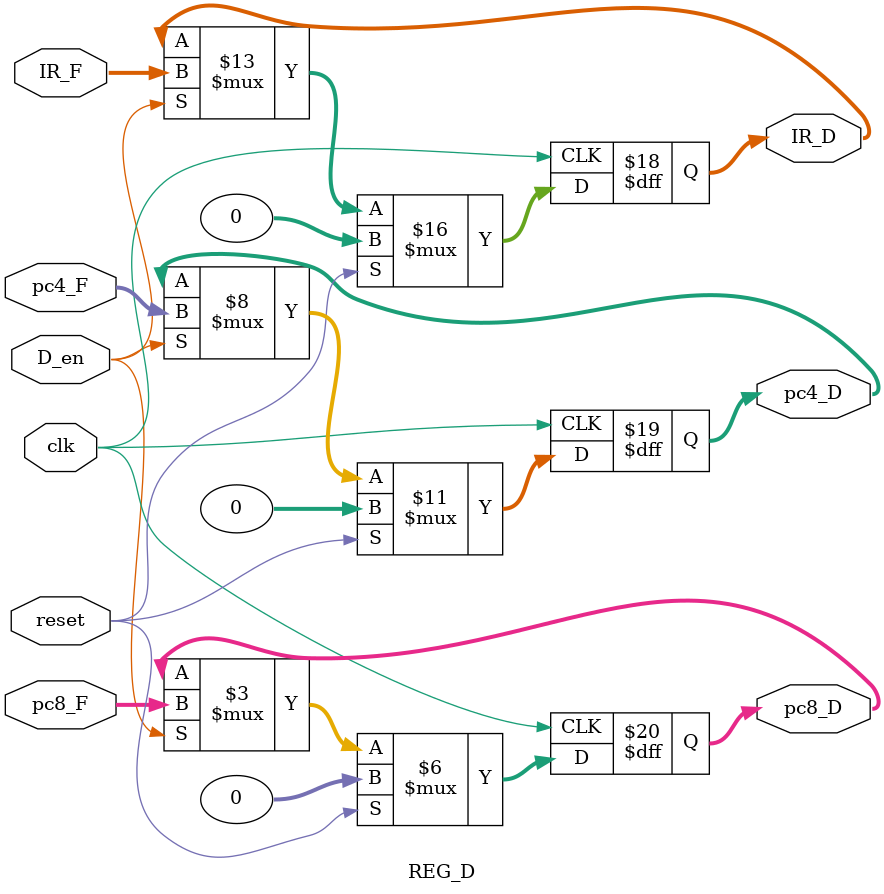
<source format=v>
module REG_D(
    input [31:0] IR_F,
    input [31:0] pc4_F,
    input [31:0] pc8_F,
    input D_en,
    input clk,
    input reset,
    output reg [31:0] IR_D,
    output reg [31:0] pc4_D,
    output reg [31:0] pc8_D
    );
    initial begin
        IR_D <= 0;
        pc4_D <= 32'h0000_0000;
        pc8_D <= 32'h0000_0000;
    end

    always@(posedge clk) begin
        if(reset) begin
            IR_D <= 0;
            pc4_D <= 32'h0000_0000;
            pc8_D <= 32'h0000_0000;
        end
        else if(D_en) begin
            IR_D <= IR_F;
            pc4_D <= pc4_F;
            pc8_D <= pc8_F;
        end
    end

endmodule

</source>
